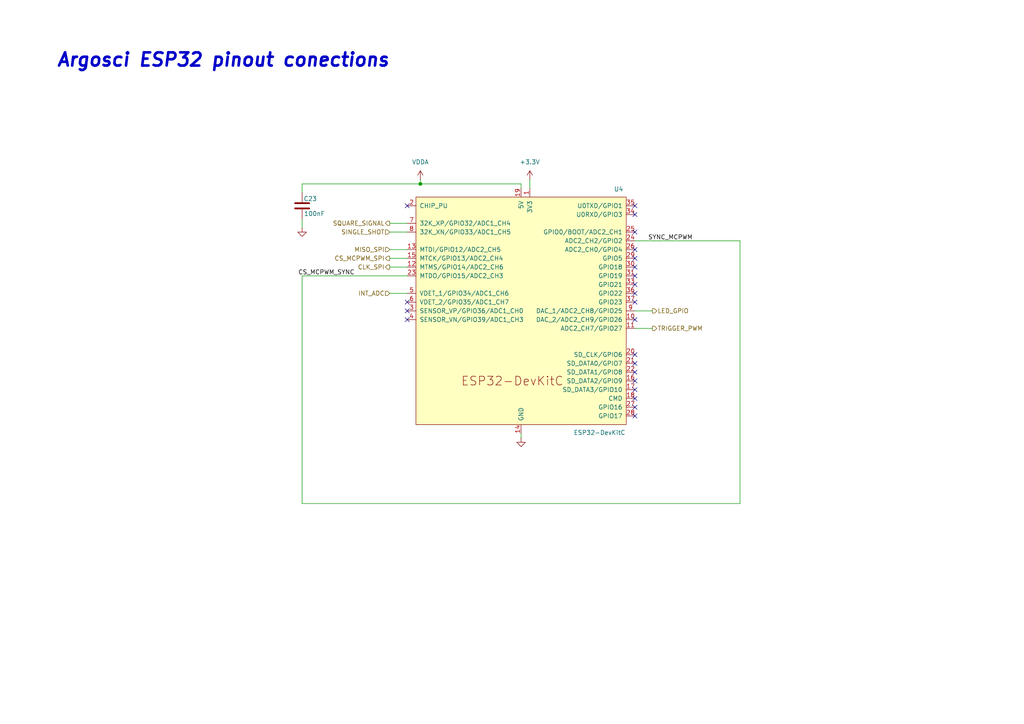
<source format=kicad_sch>
(kicad_sch
	(version 20250114)
	(generator "eeschema")
	(generator_version "9.0")
	(uuid "b1d959d3-b7af-473c-9b72-66fd95b5df8a")
	(paper "A4")
	(title_block
		(title "Argosci ESP32 pinout conections")
		(date "2025-03-13")
		(company "FCEFYN - UNC")
	)
	(lib_symbols
		(symbol "Device:C"
			(pin_numbers
				(hide yes)
			)
			(pin_names
				(offset 0.254)
			)
			(exclude_from_sim no)
			(in_bom yes)
			(on_board yes)
			(property "Reference" "C"
				(at 0.635 2.54 0)
				(effects
					(font
						(size 1.27 1.27)
					)
					(justify left)
				)
			)
			(property "Value" "C"
				(at 0.635 -2.54 0)
				(effects
					(font
						(size 1.27 1.27)
					)
					(justify left)
				)
			)
			(property "Footprint" ""
				(at 0.9652 -3.81 0)
				(effects
					(font
						(size 1.27 1.27)
					)
					(hide yes)
				)
			)
			(property "Datasheet" "~"
				(at 0 0 0)
				(effects
					(font
						(size 1.27 1.27)
					)
					(hide yes)
				)
			)
			(property "Description" "Unpolarized capacitor"
				(at 0 0 0)
				(effects
					(font
						(size 1.27 1.27)
					)
					(hide yes)
				)
			)
			(property "ki_keywords" "cap capacitor"
				(at 0 0 0)
				(effects
					(font
						(size 1.27 1.27)
					)
					(hide yes)
				)
			)
			(property "ki_fp_filters" "C_*"
				(at 0 0 0)
				(effects
					(font
						(size 1.27 1.27)
					)
					(hide yes)
				)
			)
			(symbol "C_0_1"
				(polyline
					(pts
						(xy -2.032 0.762) (xy 2.032 0.762)
					)
					(stroke
						(width 0.508)
						(type default)
					)
					(fill
						(type none)
					)
				)
				(polyline
					(pts
						(xy -2.032 -0.762) (xy 2.032 -0.762)
					)
					(stroke
						(width 0.508)
						(type default)
					)
					(fill
						(type none)
					)
				)
			)
			(symbol "C_1_1"
				(pin passive line
					(at 0 3.81 270)
					(length 2.794)
					(name "~"
						(effects
							(font
								(size 1.27 1.27)
							)
						)
					)
					(number "1"
						(effects
							(font
								(size 1.27 1.27)
							)
						)
					)
				)
				(pin passive line
					(at 0 -3.81 90)
					(length 2.794)
					(name "~"
						(effects
							(font
								(size 1.27 1.27)
							)
						)
					)
					(number "2"
						(effects
							(font
								(size 1.27 1.27)
							)
						)
					)
				)
			)
			(embedded_fonts no)
		)
		(symbol "PCM_Espressif:ESP32-DevKitC"
			(pin_names
				(offset 1.016)
			)
			(exclude_from_sim no)
			(in_bom yes)
			(on_board yes)
			(property "Reference" "U"
				(at -30.48 38.1 0)
				(effects
					(font
						(size 1.27 1.27)
					)
					(justify left)
				)
			)
			(property "Value" "ESP32-DevKitC"
				(at -30.48 35.56 0)
				(effects
					(font
						(size 1.27 1.27)
					)
					(justify left)
				)
			)
			(property "Footprint" "PCM_Espressif:ESP32-DevKitC"
				(at 0 -43.18 0)
				(effects
					(font
						(size 1.27 1.27)
					)
					(hide yes)
				)
			)
			(property "Datasheet" "https://docs.espressif.com/projects/esp-idf/zh_CN/latest/esp32/hw-reference/esp32/get-started-devkitc.html"
				(at 0 -45.72 0)
				(effects
					(font
						(size 1.27 1.27)
					)
					(hide yes)
				)
			)
			(property "Description" "Development Kit"
				(at 0 0 0)
				(effects
					(font
						(size 1.27 1.27)
					)
					(hide yes)
				)
			)
			(property "ki_keywords" "ESP32"
				(at 0 0 0)
				(effects
					(font
						(size 1.27 1.27)
					)
					(hide yes)
				)
			)
			(symbol "ESP32-DevKitC_0_0"
				(text "ESP32-DevKitC"
					(at -2.54 -20.32 0)
					(effects
						(font
							(size 2.54 2.54)
						)
					)
				)
				(pin power_in line
					(at 0 35.56 270)
					(length 2.54)
					(name "5V"
						(effects
							(font
								(size 1.27 1.27)
							)
						)
					)
					(number "19"
						(effects
							(font
								(size 1.27 1.27)
							)
						)
					)
				)
				(pin power_in line
					(at 0 -35.56 90)
					(length 2.54)
					(name "GND"
						(effects
							(font
								(size 1.27 1.27)
							)
						)
					)
					(number "14"
						(effects
							(font
								(size 1.27 1.27)
							)
						)
					)
				)
			)
			(symbol "ESP32-DevKitC_0_1"
				(rectangle
					(start -30.48 33.02)
					(end 30.48 -33.02)
					(stroke
						(width 0)
						(type default)
					)
					(fill
						(type background)
					)
				)
			)
			(symbol "ESP32-DevKitC_1_1"
				(pin input line
					(at -33.02 30.48 0)
					(length 2.54)
					(name "CHIP_PU"
						(effects
							(font
								(size 1.27 1.27)
							)
						)
					)
					(number "2"
						(effects
							(font
								(size 1.27 1.27)
							)
						)
					)
				)
				(pin bidirectional line
					(at -33.02 25.4 0)
					(length 2.54)
					(name "32K_XP/GPIO32/ADC1_CH4"
						(effects
							(font
								(size 1.27 1.27)
							)
						)
					)
					(number "7"
						(effects
							(font
								(size 1.27 1.27)
							)
						)
					)
				)
				(pin bidirectional line
					(at -33.02 22.86 0)
					(length 2.54)
					(name "32K_XN/GPIO33/ADC1_CH5"
						(effects
							(font
								(size 1.27 1.27)
							)
						)
					)
					(number "8"
						(effects
							(font
								(size 1.27 1.27)
							)
						)
					)
				)
				(pin bidirectional line
					(at -33.02 17.78 0)
					(length 2.54)
					(name "MTDI/GPIO12/ADC2_CH5"
						(effects
							(font
								(size 1.27 1.27)
							)
						)
					)
					(number "13"
						(effects
							(font
								(size 1.27 1.27)
							)
						)
					)
				)
				(pin bidirectional line
					(at -33.02 15.24 0)
					(length 2.54)
					(name "MTCK/GPIO13/ADC2_CH4"
						(effects
							(font
								(size 1.27 1.27)
							)
						)
					)
					(number "15"
						(effects
							(font
								(size 1.27 1.27)
							)
						)
					)
				)
				(pin bidirectional line
					(at -33.02 12.7 0)
					(length 2.54)
					(name "MTMS/GPIO14/ADC2_CH6"
						(effects
							(font
								(size 1.27 1.27)
							)
						)
					)
					(number "12"
						(effects
							(font
								(size 1.27 1.27)
							)
						)
					)
				)
				(pin bidirectional line
					(at -33.02 10.16 0)
					(length 2.54)
					(name "MTDO/GPIO15/ADC2_CH3"
						(effects
							(font
								(size 1.27 1.27)
							)
						)
					)
					(number "23"
						(effects
							(font
								(size 1.27 1.27)
							)
						)
					)
				)
				(pin input line
					(at -33.02 5.08 0)
					(length 2.54)
					(name "VDET_1/GPIO34/ADC1_CH6"
						(effects
							(font
								(size 1.27 1.27)
							)
						)
					)
					(number "5"
						(effects
							(font
								(size 1.27 1.27)
							)
						)
					)
				)
				(pin input line
					(at -33.02 2.54 0)
					(length 2.54)
					(name "VDET_2/GPIO35/ADC1_CH7"
						(effects
							(font
								(size 1.27 1.27)
							)
						)
					)
					(number "6"
						(effects
							(font
								(size 1.27 1.27)
							)
						)
					)
				)
				(pin input line
					(at -33.02 0 0)
					(length 2.54)
					(name "SENSOR_VP/GPIO36/ADC1_CH0"
						(effects
							(font
								(size 1.27 1.27)
							)
						)
					)
					(number "3"
						(effects
							(font
								(size 1.27 1.27)
							)
						)
					)
				)
				(pin input line
					(at -33.02 -2.54 0)
					(length 2.54)
					(name "SENSOR_VN/GPIO39/ADC1_CH3"
						(effects
							(font
								(size 1.27 1.27)
							)
						)
					)
					(number "4"
						(effects
							(font
								(size 1.27 1.27)
							)
						)
					)
				)
				(pin passive line
					(at 0 -35.56 90)
					(length 2.54)
					(hide yes)
					(name "GND"
						(effects
							(font
								(size 1.27 1.27)
							)
						)
					)
					(number "32"
						(effects
							(font
								(size 1.27 1.27)
							)
						)
					)
				)
				(pin passive line
					(at 0 -35.56 90)
					(length 2.54)
					(hide yes)
					(name "GND"
						(effects
							(font
								(size 1.27 1.27)
							)
						)
					)
					(number "38"
						(effects
							(font
								(size 1.27 1.27)
							)
						)
					)
				)
				(pin power_in line
					(at 2.54 35.56 270)
					(length 2.54)
					(name "3V3"
						(effects
							(font
								(size 1.27 1.27)
							)
						)
					)
					(number "1"
						(effects
							(font
								(size 1.27 1.27)
							)
						)
					)
				)
				(pin bidirectional line
					(at 33.02 30.48 180)
					(length 2.54)
					(name "U0TXD/GPIO1"
						(effects
							(font
								(size 1.27 1.27)
							)
						)
					)
					(number "35"
						(effects
							(font
								(size 1.27 1.27)
							)
						)
					)
				)
				(pin bidirectional line
					(at 33.02 27.94 180)
					(length 2.54)
					(name "U0RXD/GPIO3"
						(effects
							(font
								(size 1.27 1.27)
							)
						)
					)
					(number "34"
						(effects
							(font
								(size 1.27 1.27)
							)
						)
					)
				)
				(pin bidirectional line
					(at 33.02 22.86 180)
					(length 2.54)
					(name "GPIO0/BOOT/ADC2_CH1"
						(effects
							(font
								(size 1.27 1.27)
							)
						)
					)
					(number "25"
						(effects
							(font
								(size 1.27 1.27)
							)
						)
					)
				)
				(pin bidirectional line
					(at 33.02 20.32 180)
					(length 2.54)
					(name "ADC2_CH2/GPIO2"
						(effects
							(font
								(size 1.27 1.27)
							)
						)
					)
					(number "24"
						(effects
							(font
								(size 1.27 1.27)
							)
						)
					)
				)
				(pin bidirectional line
					(at 33.02 17.78 180)
					(length 2.54)
					(name "ADC2_CH0/GPIO4"
						(effects
							(font
								(size 1.27 1.27)
							)
						)
					)
					(number "26"
						(effects
							(font
								(size 1.27 1.27)
							)
						)
					)
				)
				(pin bidirectional line
					(at 33.02 15.24 180)
					(length 2.54)
					(name "GPIO5"
						(effects
							(font
								(size 1.27 1.27)
							)
						)
					)
					(number "29"
						(effects
							(font
								(size 1.27 1.27)
							)
						)
					)
				)
				(pin bidirectional line
					(at 33.02 12.7 180)
					(length 2.54)
					(name "GPIO18"
						(effects
							(font
								(size 1.27 1.27)
							)
						)
					)
					(number "30"
						(effects
							(font
								(size 1.27 1.27)
							)
						)
					)
				)
				(pin bidirectional line
					(at 33.02 10.16 180)
					(length 2.54)
					(name "GPIO19"
						(effects
							(font
								(size 1.27 1.27)
							)
						)
					)
					(number "31"
						(effects
							(font
								(size 1.27 1.27)
							)
						)
					)
				)
				(pin bidirectional line
					(at 33.02 7.62 180)
					(length 2.54)
					(name "GPIO21"
						(effects
							(font
								(size 1.27 1.27)
							)
						)
					)
					(number "33"
						(effects
							(font
								(size 1.27 1.27)
							)
						)
					)
				)
				(pin bidirectional line
					(at 33.02 5.08 180)
					(length 2.54)
					(name "GPIO22"
						(effects
							(font
								(size 1.27 1.27)
							)
						)
					)
					(number "36"
						(effects
							(font
								(size 1.27 1.27)
							)
						)
					)
				)
				(pin bidirectional line
					(at 33.02 2.54 180)
					(length 2.54)
					(name "GPIO23"
						(effects
							(font
								(size 1.27 1.27)
							)
						)
					)
					(number "37"
						(effects
							(font
								(size 1.27 1.27)
							)
						)
					)
				)
				(pin bidirectional line
					(at 33.02 0 180)
					(length 2.54)
					(name "DAC_1/ADC2_CH8/GPIO25"
						(effects
							(font
								(size 1.27 1.27)
							)
						)
					)
					(number "9"
						(effects
							(font
								(size 1.27 1.27)
							)
						)
					)
				)
				(pin bidirectional line
					(at 33.02 -2.54 180)
					(length 2.54)
					(name "DAC_2/ADC2_CH9/GPIO26"
						(effects
							(font
								(size 1.27 1.27)
							)
						)
					)
					(number "10"
						(effects
							(font
								(size 1.27 1.27)
							)
						)
					)
				)
				(pin bidirectional line
					(at 33.02 -5.08 180)
					(length 2.54)
					(name "ADC2_CH7/GPIO27"
						(effects
							(font
								(size 1.27 1.27)
							)
						)
					)
					(number "11"
						(effects
							(font
								(size 1.27 1.27)
							)
						)
					)
				)
				(pin bidirectional line
					(at 33.02 -12.7 180)
					(length 2.54)
					(name "SD_CLK/GPIO6"
						(effects
							(font
								(size 1.27 1.27)
							)
						)
					)
					(number "20"
						(effects
							(font
								(size 1.27 1.27)
							)
						)
					)
				)
				(pin bidirectional line
					(at 33.02 -15.24 180)
					(length 2.54)
					(name "SD_DATA0/GPIO7"
						(effects
							(font
								(size 1.27 1.27)
							)
						)
					)
					(number "21"
						(effects
							(font
								(size 1.27 1.27)
							)
						)
					)
				)
				(pin bidirectional line
					(at 33.02 -17.78 180)
					(length 2.54)
					(name "SD_DATA1/GPIO8"
						(effects
							(font
								(size 1.27 1.27)
							)
						)
					)
					(number "22"
						(effects
							(font
								(size 1.27 1.27)
							)
						)
					)
				)
				(pin bidirectional line
					(at 33.02 -20.32 180)
					(length 2.54)
					(name "SD_DATA2/GPIO9"
						(effects
							(font
								(size 1.27 1.27)
							)
						)
					)
					(number "16"
						(effects
							(font
								(size 1.27 1.27)
							)
						)
					)
				)
				(pin bidirectional line
					(at 33.02 -22.86 180)
					(length 2.54)
					(name "SD_DATA3/GPIO10"
						(effects
							(font
								(size 1.27 1.27)
							)
						)
					)
					(number "17"
						(effects
							(font
								(size 1.27 1.27)
							)
						)
					)
				)
				(pin bidirectional line
					(at 33.02 -25.4 180)
					(length 2.54)
					(name "CMD"
						(effects
							(font
								(size 1.27 1.27)
							)
						)
					)
					(number "18"
						(effects
							(font
								(size 1.27 1.27)
							)
						)
					)
				)
				(pin bidirectional line
					(at 33.02 -27.94 180)
					(length 2.54)
					(name "GPIO16"
						(effects
							(font
								(size 1.27 1.27)
							)
						)
					)
					(number "27"
						(effects
							(font
								(size 1.27 1.27)
							)
						)
					)
				)
				(pin bidirectional line
					(at 33.02 -30.48 180)
					(length 2.54)
					(name "GPIO17"
						(effects
							(font
								(size 1.27 1.27)
							)
						)
					)
					(number "28"
						(effects
							(font
								(size 1.27 1.27)
							)
						)
					)
				)
			)
			(embedded_fonts no)
		)
		(symbol "power:+3.3V"
			(power)
			(pin_numbers
				(hide yes)
			)
			(pin_names
				(offset 0)
				(hide yes)
			)
			(exclude_from_sim no)
			(in_bom yes)
			(on_board yes)
			(property "Reference" "#PWR"
				(at 0 -3.81 0)
				(effects
					(font
						(size 1.27 1.27)
					)
					(hide yes)
				)
			)
			(property "Value" "+3.3V"
				(at 0 3.556 0)
				(effects
					(font
						(size 1.27 1.27)
					)
				)
			)
			(property "Footprint" ""
				(at 0 0 0)
				(effects
					(font
						(size 1.27 1.27)
					)
					(hide yes)
				)
			)
			(property "Datasheet" ""
				(at 0 0 0)
				(effects
					(font
						(size 1.27 1.27)
					)
					(hide yes)
				)
			)
			(property "Description" "Power symbol creates a global label with name \"+3.3V\""
				(at 0 0 0)
				(effects
					(font
						(size 1.27 1.27)
					)
					(hide yes)
				)
			)
			(property "ki_keywords" "global power"
				(at 0 0 0)
				(effects
					(font
						(size 1.27 1.27)
					)
					(hide yes)
				)
			)
			(symbol "+3.3V_0_1"
				(polyline
					(pts
						(xy -0.762 1.27) (xy 0 2.54)
					)
					(stroke
						(width 0)
						(type default)
					)
					(fill
						(type none)
					)
				)
				(polyline
					(pts
						(xy 0 2.54) (xy 0.762 1.27)
					)
					(stroke
						(width 0)
						(type default)
					)
					(fill
						(type none)
					)
				)
				(polyline
					(pts
						(xy 0 0) (xy 0 2.54)
					)
					(stroke
						(width 0)
						(type default)
					)
					(fill
						(type none)
					)
				)
			)
			(symbol "+3.3V_1_1"
				(pin power_in line
					(at 0 0 90)
					(length 0)
					(name "~"
						(effects
							(font
								(size 1.27 1.27)
							)
						)
					)
					(number "1"
						(effects
							(font
								(size 1.27 1.27)
							)
						)
					)
				)
			)
			(embedded_fonts no)
		)
		(symbol "power:GND"
			(power)
			(pin_numbers
				(hide yes)
			)
			(pin_names
				(offset 0)
				(hide yes)
			)
			(exclude_from_sim no)
			(in_bom yes)
			(on_board yes)
			(property "Reference" "#PWR"
				(at 0 -6.35 0)
				(effects
					(font
						(size 1.27 1.27)
					)
					(hide yes)
				)
			)
			(property "Value" "GND"
				(at 0 -3.81 0)
				(effects
					(font
						(size 1.27 1.27)
					)
				)
			)
			(property "Footprint" ""
				(at 0 0 0)
				(effects
					(font
						(size 1.27 1.27)
					)
					(hide yes)
				)
			)
			(property "Datasheet" ""
				(at 0 0 0)
				(effects
					(font
						(size 1.27 1.27)
					)
					(hide yes)
				)
			)
			(property "Description" "Power symbol creates a global label with name \"GND\" , ground"
				(at 0 0 0)
				(effects
					(font
						(size 1.27 1.27)
					)
					(hide yes)
				)
			)
			(property "ki_keywords" "global power"
				(at 0 0 0)
				(effects
					(font
						(size 1.27 1.27)
					)
					(hide yes)
				)
			)
			(symbol "GND_0_1"
				(polyline
					(pts
						(xy 0 0) (xy 0 -1.27) (xy 1.27 -1.27) (xy 0 -2.54) (xy -1.27 -1.27) (xy 0 -1.27)
					)
					(stroke
						(width 0)
						(type default)
					)
					(fill
						(type none)
					)
				)
			)
			(symbol "GND_1_1"
				(pin power_in line
					(at 0 0 270)
					(length 0)
					(name "~"
						(effects
							(font
								(size 1.27 1.27)
							)
						)
					)
					(number "1"
						(effects
							(font
								(size 1.27 1.27)
							)
						)
					)
				)
			)
			(embedded_fonts no)
		)
		(symbol "power:VDDA"
			(power)
			(pin_numbers
				(hide yes)
			)
			(pin_names
				(offset 0)
				(hide yes)
			)
			(exclude_from_sim no)
			(in_bom yes)
			(on_board yes)
			(property "Reference" "#PWR"
				(at 0 -3.81 0)
				(effects
					(font
						(size 1.27 1.27)
					)
					(hide yes)
				)
			)
			(property "Value" "VDDA"
				(at 0 3.556 0)
				(effects
					(font
						(size 1.27 1.27)
					)
				)
			)
			(property "Footprint" ""
				(at 0 0 0)
				(effects
					(font
						(size 1.27 1.27)
					)
					(hide yes)
				)
			)
			(property "Datasheet" ""
				(at 0 0 0)
				(effects
					(font
						(size 1.27 1.27)
					)
					(hide yes)
				)
			)
			(property "Description" "Power symbol creates a global label with name \"VDDA\""
				(at 0 0 0)
				(effects
					(font
						(size 1.27 1.27)
					)
					(hide yes)
				)
			)
			(property "ki_keywords" "global power"
				(at 0 0 0)
				(effects
					(font
						(size 1.27 1.27)
					)
					(hide yes)
				)
			)
			(symbol "VDDA_0_1"
				(polyline
					(pts
						(xy -0.762 1.27) (xy 0 2.54)
					)
					(stroke
						(width 0)
						(type default)
					)
					(fill
						(type none)
					)
				)
				(polyline
					(pts
						(xy 0 2.54) (xy 0.762 1.27)
					)
					(stroke
						(width 0)
						(type default)
					)
					(fill
						(type none)
					)
				)
				(polyline
					(pts
						(xy 0 0) (xy 0 2.54)
					)
					(stroke
						(width 0)
						(type default)
					)
					(fill
						(type none)
					)
				)
			)
			(symbol "VDDA_1_1"
				(pin power_in line
					(at 0 0 90)
					(length 0)
					(name "~"
						(effects
							(font
								(size 1.27 1.27)
							)
						)
					)
					(number "1"
						(effects
							(font
								(size 1.27 1.27)
							)
						)
					)
				)
			)
			(embedded_fonts no)
		)
	)
	(text "Argosci ESP32 pinout conections"
		(exclude_from_sim no)
		(at 64.77 17.526 0)
		(effects
			(font
				(size 3.81 3.81)
				(thickness 0.762)
				(bold yes)
				(italic yes)
			)
		)
		(uuid "c3cec79f-2529-4741-97b2-abc5b705223d")
	)
	(junction
		(at 121.92 53.34)
		(diameter 0)
		(color 0 0 0 0)
		(uuid "60b0d961-d7f6-410c-8a46-c17c5a17cf7d")
	)
	(no_connect
		(at 184.15 59.69)
		(uuid "00c029dc-ced5-472b-865d-6a111151976f")
	)
	(no_connect
		(at 184.15 80.01)
		(uuid "176dd5a1-d3a2-4ec4-8e75-d82ea42782d2")
	)
	(no_connect
		(at 118.11 59.69)
		(uuid "2484769e-ad4b-4983-ac38-281ed61467ad")
	)
	(no_connect
		(at 118.11 92.71)
		(uuid "2bfeacec-64e5-41a5-898e-eb4555bce693")
	)
	(no_connect
		(at 184.15 92.71)
		(uuid "3cb2e7f0-fbfe-42c8-98f8-cf5e661ac6c3")
	)
	(no_connect
		(at 184.15 74.93)
		(uuid "3d2abfb9-6939-4962-a441-8be1b630681a")
	)
	(no_connect
		(at 184.15 102.87)
		(uuid "481ee08e-0f03-4a35-a8b2-9702d373964a")
	)
	(no_connect
		(at 184.15 120.65)
		(uuid "4e1a3cf0-ed91-45f7-8f2e-24d6c310b933")
	)
	(no_connect
		(at 184.15 118.11)
		(uuid "55b5b5ac-e853-47b9-9090-61d1db16ea4e")
	)
	(no_connect
		(at 184.15 87.63)
		(uuid "61413273-a327-4e0f-80a3-6c8bdd2d5b84")
	)
	(no_connect
		(at 184.15 67.31)
		(uuid "653dd0bd-5b68-4382-b791-54f4ce469367")
	)
	(no_connect
		(at 118.11 90.17)
		(uuid "68d7d861-5fb0-401b-9318-323d38bbeea9")
	)
	(no_connect
		(at 184.15 82.55)
		(uuid "6f9817d6-12e8-4083-b64c-c3b8d4776e18")
	)
	(no_connect
		(at 184.15 105.41)
		(uuid "73f2afbc-3192-4286-b42b-c0188518efe8")
	)
	(no_connect
		(at 184.15 72.39)
		(uuid "77d0cd76-32db-408e-aabe-d7e9e253f8a8")
	)
	(no_connect
		(at 184.15 77.47)
		(uuid "8aeb7727-7856-4c54-9aa8-03989cfee880")
	)
	(no_connect
		(at 184.15 62.23)
		(uuid "a0a50ab1-30be-48ac-9a43-b1eff1bdd749")
	)
	(no_connect
		(at 184.15 110.49)
		(uuid "a8fc0c9e-0537-46ef-99bd-9bd531c22632")
	)
	(no_connect
		(at 184.15 107.95)
		(uuid "ba2f4121-2585-4d6d-8250-3aa23b84bc57")
	)
	(no_connect
		(at 184.15 115.57)
		(uuid "c7df02d2-7f19-4e48-8982-85b07ed22974")
	)
	(no_connect
		(at 184.15 113.03)
		(uuid "d56b22dd-5d49-4792-9dde-fa60025e744b")
	)
	(no_connect
		(at 118.11 87.63)
		(uuid "e0c56f7e-19d0-434f-9ae1-196e7168e8ef")
	)
	(no_connect
		(at 184.15 85.09)
		(uuid "f13b2606-554c-47a8-9d2d-093cd21c2e8b")
	)
	(wire
		(pts
			(xy 151.13 53.34) (xy 151.13 54.61)
		)
		(stroke
			(width 0)
			(type default)
		)
		(uuid "031d3033-23a5-491d-a9d8-06f17e4081bb")
	)
	(wire
		(pts
			(xy 184.15 90.17) (xy 189.23 90.17)
		)
		(stroke
			(width 0)
			(type default)
		)
		(uuid "0506bb6a-85bf-420e-a731-cfe00f5afa84")
	)
	(wire
		(pts
			(xy 113.03 85.09) (xy 118.11 85.09)
		)
		(stroke
			(width 0)
			(type default)
		)
		(uuid "0a035363-2cfa-4b73-ba54-a931d43a501d")
	)
	(wire
		(pts
			(xy 87.63 146.05) (xy 214.63 146.05)
		)
		(stroke
			(width 0)
			(type default)
		)
		(uuid "1c42f989-362b-4ec8-8cd5-98200a223342")
	)
	(wire
		(pts
			(xy 113.03 77.47) (xy 118.11 77.47)
		)
		(stroke
			(width 0)
			(type default)
		)
		(uuid "1e0486ee-acaf-4980-8f9c-c7162d5b0c70")
	)
	(wire
		(pts
			(xy 153.67 52.07) (xy 153.67 54.61)
		)
		(stroke
			(width 0)
			(type default)
		)
		(uuid "242f760f-6d84-4e41-b350-682079bf9478")
	)
	(wire
		(pts
			(xy 214.63 146.05) (xy 214.63 69.85)
		)
		(stroke
			(width 0)
			(type default)
		)
		(uuid "3154acbb-d76d-4285-8c02-90dc605acf39")
	)
	(wire
		(pts
			(xy 118.11 74.93) (xy 113.03 74.93)
		)
		(stroke
			(width 0)
			(type default)
		)
		(uuid "4f8e7526-c15d-40f9-aa2a-4a7f462a0d9c")
	)
	(wire
		(pts
			(xy 151.13 125.73) (xy 151.13 127)
		)
		(stroke
			(width 0)
			(type default)
		)
		(uuid "4fee2a24-02b6-4935-addf-35cfc8907dd0")
	)
	(wire
		(pts
			(xy 113.03 67.31) (xy 118.11 67.31)
		)
		(stroke
			(width 0)
			(type default)
		)
		(uuid "5af656b5-15e9-4358-9733-0d8b8e1a4f11")
	)
	(wire
		(pts
			(xy 87.63 53.34) (xy 121.92 53.34)
		)
		(stroke
			(width 0)
			(type default)
		)
		(uuid "660fef6b-bd8c-479b-bbff-558f3f2a0ebd")
	)
	(wire
		(pts
			(xy 87.63 80.01) (xy 87.63 146.05)
		)
		(stroke
			(width 0)
			(type default)
		)
		(uuid "71d7d79f-4537-4e86-810b-8183f68fd90f")
	)
	(wire
		(pts
			(xy 113.03 72.39) (xy 118.11 72.39)
		)
		(stroke
			(width 0)
			(type default)
		)
		(uuid "7a38a10b-7f62-48db-bee5-a9c19b662a6e")
	)
	(wire
		(pts
			(xy 184.15 69.85) (xy 214.63 69.85)
		)
		(stroke
			(width 0)
			(type default)
		)
		(uuid "8ae36662-786d-4379-85a5-22eb9f6fc947")
	)
	(wire
		(pts
			(xy 87.63 80.01) (xy 118.11 80.01)
		)
		(stroke
			(width 0)
			(type default)
		)
		(uuid "8bc2a095-251c-4bc0-8d37-d65ab0d2078e")
	)
	(wire
		(pts
			(xy 87.63 63.5) (xy 87.63 66.04)
		)
		(stroke
			(width 0)
			(type default)
		)
		(uuid "91e86155-703a-41da-a712-00328f26315a")
	)
	(wire
		(pts
			(xy 121.92 53.34) (xy 151.13 53.34)
		)
		(stroke
			(width 0)
			(type default)
		)
		(uuid "9539cab3-2bb2-4d0f-be7a-b2406b5b6443")
	)
	(wire
		(pts
			(xy 121.92 52.07) (xy 121.92 53.34)
		)
		(stroke
			(width 0)
			(type default)
		)
		(uuid "b2e4fc54-0a62-4c3c-ba45-6294f3749019")
	)
	(wire
		(pts
			(xy 87.63 53.34) (xy 87.63 55.88)
		)
		(stroke
			(width 0)
			(type default)
		)
		(uuid "f05ebbff-720c-4d1c-ae3f-d14444d76807")
	)
	(wire
		(pts
			(xy 113.03 64.77) (xy 118.11 64.77)
		)
		(stroke
			(width 0)
			(type default)
		)
		(uuid "fc7e669c-c14f-48a2-b3df-cfdd4aee8b39")
	)
	(wire
		(pts
			(xy 184.15 95.25) (xy 189.23 95.25)
		)
		(stroke
			(width 0)
			(type default)
		)
		(uuid "fee90f98-2876-402b-b1e2-d22a4a1b963c")
	)
	(label "SYNC_MCPWM"
		(at 187.96 69.85 0)
		(effects
			(font
				(size 1.27 1.27)
			)
			(justify left bottom)
		)
		(uuid "a23e5734-66bd-4e17-aa52-99e94bf521ac")
	)
	(label "CS_MCPWM_SYNC"
		(at 102.87 80.01 180)
		(effects
			(font
				(size 1.27 1.27)
			)
			(justify right bottom)
		)
		(uuid "f892a1a4-d787-46d6-b536-ab29a90b0b63")
	)
	(hierarchical_label "SQUARE_SIGNAL"
		(shape output)
		(at 113.03 64.77 180)
		(effects
			(font
				(size 1.27 1.27)
			)
			(justify right)
		)
		(uuid "0a00f52c-20d8-44c4-95f1-84cb0146f34e")
	)
	(hierarchical_label "CLK_SPI"
		(shape output)
		(at 113.03 77.47 180)
		(effects
			(font
				(size 1.27 1.27)
			)
			(justify right)
		)
		(uuid "309a8202-5ca0-4692-ba5c-d9e378ff12a4")
	)
	(hierarchical_label "SINGLE_SHOT"
		(shape input)
		(at 113.03 67.31 180)
		(effects
			(font
				(size 1.27 1.27)
			)
			(justify right)
		)
		(uuid "3af3637b-fd2d-4fe3-aa3c-32df302159b3")
	)
	(hierarchical_label "LED_GPIO"
		(shape output)
		(at 189.23 90.17 0)
		(effects
			(font
				(size 1.27 1.27)
			)
			(justify left)
		)
		(uuid "42aee33e-9d08-424f-ad77-c9165ef31b3f")
	)
	(hierarchical_label "INT_ADC"
		(shape input)
		(at 113.03 85.09 180)
		(effects
			(font
				(size 1.27 1.27)
			)
			(justify right)
		)
		(uuid "52df997d-7298-4521-a658-b364f3959139")
	)
	(hierarchical_label "TRIGGER_PWM"
		(shape output)
		(at 189.23 95.25 0)
		(effects
			(font
				(size 1.27 1.27)
			)
			(justify left)
		)
		(uuid "628d2dc2-24ea-4021-8618-6eac6cba7f9d")
	)
	(hierarchical_label "CS_MCPWM_SPI"
		(shape output)
		(at 113.03 74.93 180)
		(effects
			(font
				(size 1.27 1.27)
			)
			(justify right)
		)
		(uuid "b65647c3-7135-46f4-9b3a-47f379def827")
	)
	(hierarchical_label "MISO_SPI"
		(shape input)
		(at 113.03 72.39 180)
		(effects
			(font
				(size 1.27 1.27)
			)
			(justify right)
		)
		(uuid "ec879f06-1c42-470f-a897-87082d8846c7")
	)
	(symbol
		(lib_id "power:GND")
		(at 151.13 127 0)
		(mirror y)
		(unit 1)
		(exclude_from_sim no)
		(in_bom yes)
		(on_board yes)
		(dnp no)
		(fields_autoplaced yes)
		(uuid "0864a4f7-47ff-4a25-acbe-4f7760994220")
		(property "Reference" "#PWR026"
			(at 151.13 133.35 0)
			(effects
				(font
					(size 1.27 1.27)
				)
				(hide yes)
			)
		)
		(property "Value" "GND"
			(at 151.13 132.08 0)
			(effects
				(font
					(size 1.27 1.27)
				)
				(hide yes)
			)
		)
		(property "Footprint" ""
			(at 151.13 127 0)
			(effects
				(font
					(size 1.27 1.27)
				)
				(hide yes)
			)
		)
		(property "Datasheet" ""
			(at 151.13 127 0)
			(effects
				(font
					(size 1.27 1.27)
				)
				(hide yes)
			)
		)
		(property "Description" "Power symbol creates a global label with name \"GND\" , ground"
			(at 151.13 127 0)
			(effects
				(font
					(size 1.27 1.27)
				)
				(hide yes)
			)
		)
		(pin "1"
			(uuid "282773b8-ee84-454d-8f36-b37aa78559f7")
		)
		(instances
			(project "Proyecto integrador 1.0"
				(path "/a6669009-f4eb-4e09-b10e-f701696d392b/4b103aeb-201b-4797-b960-2f63d8bdca86"
					(reference "#PWR026")
					(unit 1)
				)
			)
		)
	)
	(symbol
		(lib_id "PCM_Espressif:ESP32-DevKitC")
		(at 151.13 90.17 0)
		(unit 1)
		(exclude_from_sim no)
		(in_bom yes)
		(on_board yes)
		(dnp no)
		(uuid "36e32d01-025b-4c3d-81fa-595538b15232")
		(property "Reference" "U4"
			(at 178.054 54.864 0)
			(effects
				(font
					(size 1.27 1.27)
				)
				(justify left)
			)
		)
		(property "Value" "ESP32-DevKitC"
			(at 166.37 125.476 0)
			(effects
				(font
					(size 1.27 1.27)
				)
				(justify left)
			)
		)
		(property "Footprint" "PCM_Espressif:ESP32-DevKitC"
			(at 151.13 133.35 0)
			(effects
				(font
					(size 1.27 1.27)
				)
				(hide yes)
			)
		)
		(property "Datasheet" "https://docs.espressif.com/projects/esp-idf/zh_CN/latest/esp32/hw-reference/esp32/get-started-devkitc.html"
			(at 151.13 135.89 0)
			(effects
				(font
					(size 1.27 1.27)
				)
				(hide yes)
			)
		)
		(property "Description" "Development Kit"
			(at 151.13 90.17 0)
			(effects
				(font
					(size 1.27 1.27)
				)
				(hide yes)
			)
		)
		(pin "7"
			(uuid "8c78997f-6cb3-4219-8b03-ecce0eb5e068")
		)
		(pin "6"
			(uuid "0feacc43-221d-4fff-9964-08c9334a68c4")
		)
		(pin "33"
			(uuid "01559ece-a0e1-489f-bcf2-1e6e084dfa98")
		)
		(pin "29"
			(uuid "ee5ca1f7-62f4-405d-a9e1-ebb11f81b414")
		)
		(pin "37"
			(uuid "e8c37a2a-68aa-4264-959c-bedd33dedbbb")
		)
		(pin "22"
			(uuid "49a57a4e-3734-4c03-bcef-5bdde4fa23e2")
		)
		(pin "24"
			(uuid "2c56e054-ea00-46ae-9713-931b4f9deb27")
		)
		(pin "17"
			(uuid "c3a376df-af62-492c-bfc6-427a83b21977")
		)
		(pin "4"
			(uuid "5444b3be-430e-478d-85a5-c4a48c8ce16b")
		)
		(pin "35"
			(uuid "c1114b8c-555c-4772-94e5-c4930789588b")
		)
		(pin "32"
			(uuid "d345dfee-13a6-46f4-9a30-80b2e54505fa")
		)
		(pin "19"
			(uuid "8026a23b-109b-4337-aca4-db6161f39378")
		)
		(pin "26"
			(uuid "ae27a642-5cae-4728-9889-6f278aac2ac3")
		)
		(pin "11"
			(uuid "247a7b96-61e6-4b1e-8aff-1420185fb870")
		)
		(pin "21"
			(uuid "37fb8ac6-67c3-4715-ae01-e1c634b80296")
		)
		(pin "1"
			(uuid "eecc2adb-c2e0-4bb9-921a-c618dc658949")
		)
		(pin "27"
			(uuid "3bddb424-ff7a-43c4-abff-6de5e6d6749c")
		)
		(pin "8"
			(uuid "7f378597-059a-427a-9073-c7faf415d1b6")
		)
		(pin "3"
			(uuid "b88a4d01-e032-4a10-873a-95291644ff48")
		)
		(pin "16"
			(uuid "6b123117-2412-4ae8-a510-a6a02e7a5ba8")
		)
		(pin "31"
			(uuid "2d525366-2638-4e74-8680-3f21bd4d0e1e")
		)
		(pin "9"
			(uuid "4324ea50-0728-41c7-82bb-48479383b3ae")
		)
		(pin "10"
			(uuid "4f97102b-c9f3-4f7f-af3f-a7cf3550457e")
		)
		(pin "20"
			(uuid "4e2c477f-9c39-47f5-8bd7-a3f73a41ef08")
		)
		(pin "15"
			(uuid "10c7fcf9-c6b0-48c4-9460-b20dfd7f5b45")
		)
		(pin "12"
			(uuid "686463f2-5624-470b-86cc-968931dbaaeb")
		)
		(pin "13"
			(uuid "126c2e9f-7559-4d8c-bc98-00b89cba4375")
		)
		(pin "2"
			(uuid "4691a319-0d51-4868-a609-1fad0589a0fb")
		)
		(pin "34"
			(uuid "6df0bb33-2336-463a-9929-ff17ecd14eb1")
		)
		(pin "30"
			(uuid "d9d4c06e-031c-4588-b299-24774e15df57")
		)
		(pin "14"
			(uuid "0665d23f-c1ca-4934-8a39-b7a9fbd89793")
		)
		(pin "25"
			(uuid "0c76d627-2537-48f7-9aeb-57e210b7ed3b")
		)
		(pin "28"
			(uuid "36f5d561-1956-40b9-bcc4-e87564b91b5d")
		)
		(pin "18"
			(uuid "67c371d8-06aa-4dec-b2fb-ee1f0c3dc061")
		)
		(pin "36"
			(uuid "92b1a1c2-54db-411c-9b2e-be26cc4df5cc")
		)
		(pin "23"
			(uuid "3e7dcb76-ea28-4efe-838e-9df17b7deb0e")
		)
		(pin "5"
			(uuid "b151a442-3fd4-44b0-8be4-9989fc990659")
		)
		(pin "38"
			(uuid "c6c200d1-2f39-489e-9f82-f0653deff627")
		)
		(instances
			(project "Proyecto integrador 1.0"
				(path "/a6669009-f4eb-4e09-b10e-f701696d392b/4b103aeb-201b-4797-b960-2f63d8bdca86"
					(reference "U4")
					(unit 1)
				)
			)
		)
	)
	(symbol
		(lib_id "power:VDDA")
		(at 121.92 52.07 0)
		(mirror y)
		(unit 1)
		(exclude_from_sim no)
		(in_bom yes)
		(on_board yes)
		(dnp no)
		(fields_autoplaced yes)
		(uuid "419cb4e7-165f-480e-bbc6-13611c49e68e")
		(property "Reference" "#PWR022"
			(at 121.92 55.88 0)
			(effects
				(font
					(size 1.27 1.27)
				)
				(hide yes)
			)
		)
		(property "Value" "VDDA"
			(at 121.92 46.99 0)
			(effects
				(font
					(size 1.27 1.27)
				)
			)
		)
		(property "Footprint" ""
			(at 121.92 52.07 0)
			(effects
				(font
					(size 1.27 1.27)
				)
				(hide yes)
			)
		)
		(property "Datasheet" ""
			(at 121.92 52.07 0)
			(effects
				(font
					(size 1.27 1.27)
				)
				(hide yes)
			)
		)
		(property "Description" "Power symbol creates a global label with name \"VDDA\""
			(at 121.92 52.07 0)
			(effects
				(font
					(size 1.27 1.27)
				)
				(hide yes)
			)
		)
		(pin "1"
			(uuid "41b90d8b-242f-416d-b73e-3b3540ad756c")
		)
		(instances
			(project "Proyecto integrador 1.0"
				(path "/a6669009-f4eb-4e09-b10e-f701696d392b/4b103aeb-201b-4797-b960-2f63d8bdca86"
					(reference "#PWR022")
					(unit 1)
				)
			)
		)
	)
	(symbol
		(lib_id "Device:C")
		(at 87.63 59.69 0)
		(mirror y)
		(unit 1)
		(exclude_from_sim no)
		(in_bom yes)
		(on_board yes)
		(dnp no)
		(uuid "50a617b0-1033-4d66-9b58-ea1ea1d58e8a")
		(property "Reference" "C23"
			(at 91.948 57.658 0)
			(effects
				(font
					(size 1.27 1.27)
				)
				(justify left)
			)
		)
		(property "Value" "100nF"
			(at 94.234 61.976 0)
			(effects
				(font
					(size 1.27 1.27)
				)
				(justify left)
			)
		)
		(property "Footprint" "Capacitor_SMD:C_1206_3216Metric"
			(at 86.6648 63.5 0)
			(effects
				(font
					(size 1.27 1.27)
				)
				(hide yes)
			)
		)
		(property "Datasheet" "~"
			(at 87.63 59.69 0)
			(effects
				(font
					(size 1.27 1.27)
				)
				(hide yes)
			)
		)
		(property "Description" "Unpolarized capacitor"
			(at 87.63 59.69 0)
			(effects
				(font
					(size 1.27 1.27)
				)
				(hide yes)
			)
		)
		(pin "1"
			(uuid "419527d3-db51-4712-b4bd-970b96fe66a0")
		)
		(pin "2"
			(uuid "57bd3f95-e423-4787-85c1-962703c10092")
		)
		(instances
			(project "Proyecto integrador 1.0"
				(path "/a6669009-f4eb-4e09-b10e-f701696d392b/4b103aeb-201b-4797-b960-2f63d8bdca86"
					(reference "C23")
					(unit 1)
				)
			)
		)
	)
	(symbol
		(lib_id "power:GND")
		(at 87.63 66.04 0)
		(mirror y)
		(unit 1)
		(exclude_from_sim no)
		(in_bom yes)
		(on_board yes)
		(dnp no)
		(fields_autoplaced yes)
		(uuid "7b822c56-e045-4305-bd6a-4f29e942cdc1")
		(property "Reference" "#PWR023"
			(at 87.63 72.39 0)
			(effects
				(font
					(size 1.27 1.27)
				)
				(hide yes)
			)
		)
		(property "Value" "GND"
			(at 87.63 71.12 0)
			(effects
				(font
					(size 1.27 1.27)
				)
				(hide yes)
			)
		)
		(property "Footprint" ""
			(at 87.63 66.04 0)
			(effects
				(font
					(size 1.27 1.27)
				)
				(hide yes)
			)
		)
		(property "Datasheet" ""
			(at 87.63 66.04 0)
			(effects
				(font
					(size 1.27 1.27)
				)
				(hide yes)
			)
		)
		(property "Description" "Power symbol creates a global label with name \"GND\" , ground"
			(at 87.63 66.04 0)
			(effects
				(font
					(size 1.27 1.27)
				)
				(hide yes)
			)
		)
		(pin "1"
			(uuid "90bbb2ea-0987-44cb-809b-7f9d07eb92f5")
		)
		(instances
			(project "Proyecto integrador 1.0"
				(path "/a6669009-f4eb-4e09-b10e-f701696d392b/4b103aeb-201b-4797-b960-2f63d8bdca86"
					(reference "#PWR023")
					(unit 1)
				)
			)
		)
	)
	(symbol
		(lib_id "power:+3.3V")
		(at 153.67 52.07 0)
		(unit 1)
		(exclude_from_sim no)
		(in_bom yes)
		(on_board yes)
		(dnp no)
		(fields_autoplaced yes)
		(uuid "a6f53dbd-c0d4-4a13-98e1-124c010e2383")
		(property "Reference" "#PWR024"
			(at 153.67 55.88 0)
			(effects
				(font
					(size 1.27 1.27)
				)
				(hide yes)
			)
		)
		(property "Value" "+3.3V"
			(at 153.67 46.99 0)
			(effects
				(font
					(size 1.27 1.27)
				)
			)
		)
		(property "Footprint" ""
			(at 153.67 52.07 0)
			(effects
				(font
					(size 1.27 1.27)
				)
				(hide yes)
			)
		)
		(property "Datasheet" ""
			(at 153.67 52.07 0)
			(effects
				(font
					(size 1.27 1.27)
				)
				(hide yes)
			)
		)
		(property "Description" "Power symbol creates a global label with name \"+3.3V\""
			(at 153.67 52.07 0)
			(effects
				(font
					(size 1.27 1.27)
				)
				(hide yes)
			)
		)
		(pin "1"
			(uuid "abe46b12-f26e-4f13-9a8b-46975f0088c7")
		)
		(instances
			(project "Proyecto integrador 1.0"
				(path "/a6669009-f4eb-4e09-b10e-f701696d392b/4b103aeb-201b-4797-b960-2f63d8bdca86"
					(reference "#PWR024")
					(unit 1)
				)
			)
		)
	)
)

</source>
